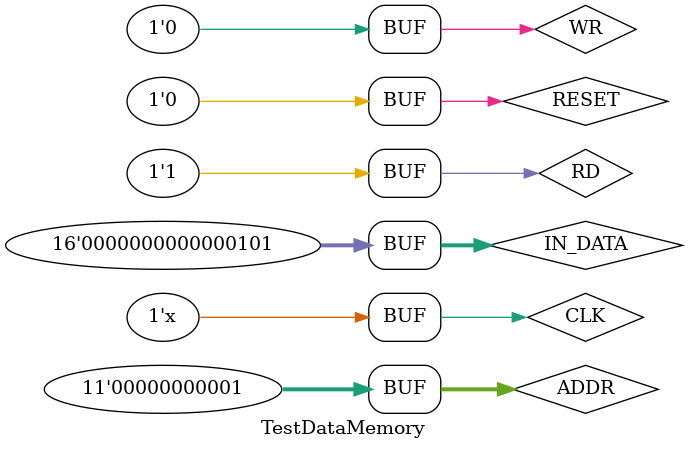
<source format=v>
`timescale 1ns / 1ps


module TestDataMemory;

	// Inputs
	reg CLK;
	reg RESET;
	reg RD;
	reg WR;
	reg [10:0] ADDR;
	reg [15:0] IN_DATA;

	// Outputs
	wire [15:0] OUT_DATA;

	// Instantiate the Unit Under Test (UUT)
	DataMemory uut (
		.CLK(CLK), 
		.RESET(RESET), 
		.RD(RD), 
		.WR(WR), 
		.ADDR(ADDR), 
		.IN_DATA(IN_DATA), 
		
		.OUT_DATA(OUT_DATA)
	);

	initial begin
		// Initialize Inputs
		CLK = 0;
		RESET = 1;
		RD = 0;
		WR = 0;
		ADDR = 0;
		IN_DATA = 0;

		// Wait 100 ns for global reset to finish
		#100;
        
		 RESET = 0;
		 
		RD = 0;
		WR = 1;
		ADDR = 1;
		IN_DATA = 2;
		
		 #100
		 
		RD = 1;
		WR = 0;
		ADDR = 0;
		IN_DATA = 4;
		
		
		 #100
		 
		RD = 0;
		WR = 1;
		ADDR = 2;
		IN_DATA = 4;
		
		 #100
		 
		RD = 1;
		WR = 0;
		ADDR = 1;
		IN_DATA = 5;
		 
		// Add stimulus here

	end
	
	always
	begin
		#1 CLK = ~CLK;
	end
      
endmodule


</source>
